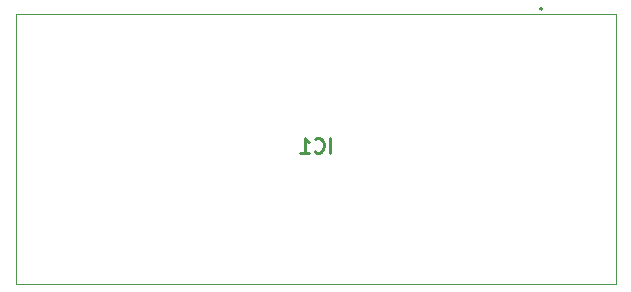
<source format=gbo>
G04 #@! TF.GenerationSoftware,KiCad,Pcbnew,5.0.1-33cea8e~68~ubuntu16.04.1*
G04 #@! TF.CreationDate,2018-11-29T12:11:28+01:00*
G04 #@! TF.ProjectId,midi_controller_pcb,6D6964695F636F6E74726F6C6C65725F,rev?*
G04 #@! TF.SameCoordinates,Original*
G04 #@! TF.FileFunction,Legend,Bot*
G04 #@! TF.FilePolarity,Positive*
%FSLAX46Y46*%
G04 Gerber Fmt 4.6, Leading zero omitted, Abs format (unit mm)*
G04 Created by KiCad (PCBNEW 5.0.1-33cea8e~68~ubuntu16.04.1) date Do 29 Nov 2018 12:11:28 CET*
%MOMM*%
%LPD*%
G01*
G04 APERTURE LIST*
%ADD10C,0.100000*%
%ADD11C,0.200000*%
%ADD12C,0.254000*%
G04 APERTURE END LIST*
D10*
G04 #@! TO.C,IC1*
X111760000Y-111125000D02*
X162560000Y-111125000D01*
X162560000Y-111125000D02*
X162560000Y-88265000D01*
X162560000Y-88265000D02*
X111760000Y-88265000D01*
X111760000Y-88265000D02*
X111760000Y-111125000D01*
D11*
X156160000Y-87795000D02*
X156160000Y-87795000D01*
X156360000Y-87795000D02*
X156360000Y-87795000D01*
X156360000Y-87795000D02*
G75*
G02X156160000Y-87795000I-100000J0D01*
G01*
X156160000Y-87795000D02*
G75*
G02X156360000Y-87795000I100000J0D01*
G01*
D12*
X138399761Y-99984523D02*
X138399761Y-98714523D01*
X137069285Y-99863571D02*
X137129761Y-99924047D01*
X137311190Y-99984523D01*
X137432142Y-99984523D01*
X137613571Y-99924047D01*
X137734523Y-99803095D01*
X137795000Y-99682142D01*
X137855476Y-99440238D01*
X137855476Y-99258809D01*
X137795000Y-99016904D01*
X137734523Y-98895952D01*
X137613571Y-98775000D01*
X137432142Y-98714523D01*
X137311190Y-98714523D01*
X137129761Y-98775000D01*
X137069285Y-98835476D01*
X135859761Y-99984523D02*
X136585476Y-99984523D01*
X136222619Y-99984523D02*
X136222619Y-98714523D01*
X136343571Y-98895952D01*
X136464523Y-99016904D01*
X136585476Y-99077380D01*
G04 #@! TD*
M02*

</source>
